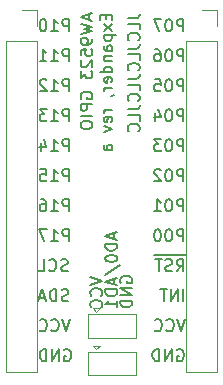
<source format=gbr>
%TF.GenerationSoftware,KiCad,Pcbnew,5.1.6+dfsg1-1*%
%TF.CreationDate,2020-07-12T14:16:47+08:00*%
%TF.ProjectId,gpioexp,6770696f-6578-4702-9e6b-696361645f70,a*%
%TF.SameCoordinates,Original*%
%TF.FileFunction,Legend,Bot*%
%TF.FilePolarity,Positive*%
%FSLAX46Y46*%
G04 Gerber Fmt 4.6, Leading zero omitted, Abs format (unit mm)*
G04 Created by KiCad (PCBNEW 5.1.6+dfsg1-1) date 2020-07-12 14:16:47*
%MOMM*%
%LPD*%
G01*
G04 APERTURE LIST*
%ADD10C,0.150000*%
%ADD11C,0.120000*%
G04 APERTURE END LIST*
D10*
X142406666Y-98836309D02*
X142406666Y-99312500D01*
X142692380Y-98741071D02*
X141692380Y-99074404D01*
X142692380Y-99407738D01*
X142692380Y-99741071D02*
X141692380Y-99741071D01*
X141692380Y-99979166D01*
X141740000Y-100122023D01*
X141835238Y-100217261D01*
X141930476Y-100264880D01*
X142120952Y-100312500D01*
X142263809Y-100312500D01*
X142454285Y-100264880D01*
X142549523Y-100217261D01*
X142644761Y-100122023D01*
X142692380Y-99979166D01*
X142692380Y-99741071D01*
X141692380Y-100931547D02*
X141692380Y-101026785D01*
X141740000Y-101122023D01*
X141787619Y-101169642D01*
X141882857Y-101217261D01*
X142073333Y-101264880D01*
X142311428Y-101264880D01*
X142501904Y-101217261D01*
X142597142Y-101169642D01*
X142644761Y-101122023D01*
X142692380Y-101026785D01*
X142692380Y-100931547D01*
X142644761Y-100836309D01*
X142597142Y-100788690D01*
X142501904Y-100741071D01*
X142311428Y-100693452D01*
X142073333Y-100693452D01*
X141882857Y-100741071D01*
X141787619Y-100788690D01*
X141740000Y-100836309D01*
X141692380Y-100931547D01*
X141644761Y-102407738D02*
X142930476Y-101550595D01*
X142406666Y-102693452D02*
X142406666Y-103169642D01*
X142692380Y-102598214D02*
X141692380Y-102931547D01*
X142692380Y-103264880D01*
X142692380Y-103598214D02*
X141692380Y-103598214D01*
X141692380Y-103836309D01*
X141740000Y-103979166D01*
X141835238Y-104074404D01*
X141930476Y-104122023D01*
X142120952Y-104169642D01*
X142263809Y-104169642D01*
X142454285Y-104122023D01*
X142549523Y-104074404D01*
X142644761Y-103979166D01*
X142692380Y-103836309D01*
X142692380Y-103598214D01*
X142692380Y-105122023D02*
X142692380Y-104550595D01*
X142692380Y-104836309D02*
X141692380Y-104836309D01*
X141835238Y-104741071D01*
X141930476Y-104645833D01*
X141978095Y-104550595D01*
X140422380Y-102550595D02*
X141422380Y-102883928D01*
X140422380Y-103217261D01*
X141327142Y-104122023D02*
X141374761Y-104074404D01*
X141422380Y-103931547D01*
X141422380Y-103836309D01*
X141374761Y-103693452D01*
X141279523Y-103598214D01*
X141184285Y-103550595D01*
X140993809Y-103502976D01*
X140850952Y-103502976D01*
X140660476Y-103550595D01*
X140565238Y-103598214D01*
X140470000Y-103693452D01*
X140422380Y-103836309D01*
X140422380Y-103931547D01*
X140470000Y-104074404D01*
X140517619Y-104122023D01*
X141327142Y-105122023D02*
X141374761Y-105074404D01*
X141422380Y-104931547D01*
X141422380Y-104836309D01*
X141374761Y-104693452D01*
X141279523Y-104598214D01*
X141184285Y-104550595D01*
X140993809Y-104502976D01*
X140850952Y-104502976D01*
X140660476Y-104550595D01*
X140565238Y-104598214D01*
X140470000Y-104693452D01*
X140422380Y-104836309D01*
X140422380Y-104931547D01*
X140470000Y-105074404D01*
X140517619Y-105122023D01*
X143010000Y-103026785D02*
X142962380Y-102931547D01*
X142962380Y-102788690D01*
X143010000Y-102645833D01*
X143105238Y-102550595D01*
X143200476Y-102502976D01*
X143390952Y-102455357D01*
X143533809Y-102455357D01*
X143724285Y-102502976D01*
X143819523Y-102550595D01*
X143914761Y-102645833D01*
X143962380Y-102788690D01*
X143962380Y-102883928D01*
X143914761Y-103026785D01*
X143867142Y-103074404D01*
X143533809Y-103074404D01*
X143533809Y-102883928D01*
X143962380Y-103502976D02*
X142962380Y-103502976D01*
X143962380Y-104074404D01*
X142962380Y-104074404D01*
X143962380Y-104550595D02*
X142962380Y-104550595D01*
X142962380Y-104788690D01*
X143010000Y-104931547D01*
X143105238Y-105026785D01*
X143200476Y-105074404D01*
X143390952Y-105122023D01*
X143533809Y-105122023D01*
X143724285Y-105074404D01*
X143819523Y-105026785D01*
X143914761Y-104931547D01*
X143962380Y-104788690D01*
X143962380Y-104550595D01*
X143597380Y-80631309D02*
X144311666Y-80631309D01*
X144454523Y-80583690D01*
X144549761Y-80488452D01*
X144597380Y-80345595D01*
X144597380Y-80250357D01*
X144597380Y-81583690D02*
X144597380Y-81107500D01*
X143597380Y-81107500D01*
X144502142Y-82488452D02*
X144549761Y-82440833D01*
X144597380Y-82297976D01*
X144597380Y-82202738D01*
X144549761Y-82059880D01*
X144454523Y-81964642D01*
X144359285Y-81917023D01*
X144168809Y-81869404D01*
X144025952Y-81869404D01*
X143835476Y-81917023D01*
X143740238Y-81964642D01*
X143645000Y-82059880D01*
X143597380Y-82202738D01*
X143597380Y-82297976D01*
X143645000Y-82440833D01*
X143692619Y-82488452D01*
X143597380Y-83202738D02*
X144311666Y-83202738D01*
X144454523Y-83155119D01*
X144549761Y-83059880D01*
X144597380Y-82917023D01*
X144597380Y-82821785D01*
X144597380Y-84155119D02*
X144597380Y-83678928D01*
X143597380Y-83678928D01*
X144502142Y-85059880D02*
X144549761Y-85012261D01*
X144597380Y-84869404D01*
X144597380Y-84774166D01*
X144549761Y-84631309D01*
X144454523Y-84536071D01*
X144359285Y-84488452D01*
X144168809Y-84440833D01*
X144025952Y-84440833D01*
X143835476Y-84488452D01*
X143740238Y-84536071D01*
X143645000Y-84631309D01*
X143597380Y-84774166D01*
X143597380Y-84869404D01*
X143645000Y-85012261D01*
X143692619Y-85059880D01*
X143597380Y-85774166D02*
X144311666Y-85774166D01*
X144454523Y-85726547D01*
X144549761Y-85631309D01*
X144597380Y-85488452D01*
X144597380Y-85393214D01*
X144597380Y-86726547D02*
X144597380Y-86250357D01*
X143597380Y-86250357D01*
X144502142Y-87631309D02*
X144549761Y-87583690D01*
X144597380Y-87440833D01*
X144597380Y-87345595D01*
X144549761Y-87202738D01*
X144454523Y-87107500D01*
X144359285Y-87059880D01*
X144168809Y-87012261D01*
X144025952Y-87012261D01*
X143835476Y-87059880D01*
X143740238Y-87107500D01*
X143645000Y-87202738D01*
X143597380Y-87345595D01*
X143597380Y-87440833D01*
X143645000Y-87583690D01*
X143692619Y-87631309D01*
X143597380Y-88345595D02*
X144311666Y-88345595D01*
X144454523Y-88297976D01*
X144549761Y-88202738D01*
X144597380Y-88059880D01*
X144597380Y-87964642D01*
X144597380Y-89297976D02*
X144597380Y-88821785D01*
X143597380Y-88821785D01*
X144502142Y-90202738D02*
X144549761Y-90155119D01*
X144597380Y-90012261D01*
X144597380Y-89917023D01*
X144549761Y-89774166D01*
X144454523Y-89678928D01*
X144359285Y-89631309D01*
X144168809Y-89583690D01*
X144025952Y-89583690D01*
X143835476Y-89631309D01*
X143740238Y-89678928D01*
X143645000Y-89774166D01*
X143597380Y-89917023D01*
X143597380Y-90012261D01*
X143645000Y-90155119D01*
X143692619Y-90202738D01*
X140311666Y-80297976D02*
X140311666Y-80774166D01*
X140597380Y-80202738D02*
X139597380Y-80536071D01*
X140597380Y-80869404D01*
X139597380Y-81107500D02*
X140597380Y-81345595D01*
X139883095Y-81536071D01*
X140597380Y-81726547D01*
X139597380Y-81964642D01*
X140597380Y-82393214D02*
X140597380Y-82583690D01*
X140549761Y-82678928D01*
X140502142Y-82726547D01*
X140359285Y-82821785D01*
X140168809Y-82869404D01*
X139787857Y-82869404D01*
X139692619Y-82821785D01*
X139645000Y-82774166D01*
X139597380Y-82678928D01*
X139597380Y-82488452D01*
X139645000Y-82393214D01*
X139692619Y-82345595D01*
X139787857Y-82297976D01*
X140025952Y-82297976D01*
X140121190Y-82345595D01*
X140168809Y-82393214D01*
X140216428Y-82488452D01*
X140216428Y-82678928D01*
X140168809Y-82774166D01*
X140121190Y-82821785D01*
X140025952Y-82869404D01*
X139597380Y-83774166D02*
X139597380Y-83297976D01*
X140073571Y-83250357D01*
X140025952Y-83297976D01*
X139978333Y-83393214D01*
X139978333Y-83631309D01*
X140025952Y-83726547D01*
X140073571Y-83774166D01*
X140168809Y-83821785D01*
X140406904Y-83821785D01*
X140502142Y-83774166D01*
X140549761Y-83726547D01*
X140597380Y-83631309D01*
X140597380Y-83393214D01*
X140549761Y-83297976D01*
X140502142Y-83250357D01*
X139692619Y-84202738D02*
X139645000Y-84250357D01*
X139597380Y-84345595D01*
X139597380Y-84583690D01*
X139645000Y-84678928D01*
X139692619Y-84726547D01*
X139787857Y-84774166D01*
X139883095Y-84774166D01*
X140025952Y-84726547D01*
X140597380Y-84155119D01*
X140597380Y-84774166D01*
X139597380Y-85107500D02*
X139597380Y-85726547D01*
X139978333Y-85393214D01*
X139978333Y-85536071D01*
X140025952Y-85631309D01*
X140073571Y-85678928D01*
X140168809Y-85726547D01*
X140406904Y-85726547D01*
X140502142Y-85678928D01*
X140549761Y-85631309D01*
X140597380Y-85536071D01*
X140597380Y-85250357D01*
X140549761Y-85155119D01*
X140502142Y-85107500D01*
X139645000Y-87440833D02*
X139597380Y-87345595D01*
X139597380Y-87202738D01*
X139645000Y-87059880D01*
X139740238Y-86964642D01*
X139835476Y-86917023D01*
X140025952Y-86869404D01*
X140168809Y-86869404D01*
X140359285Y-86917023D01*
X140454523Y-86964642D01*
X140549761Y-87059880D01*
X140597380Y-87202738D01*
X140597380Y-87297976D01*
X140549761Y-87440833D01*
X140502142Y-87488452D01*
X140168809Y-87488452D01*
X140168809Y-87297976D01*
X140597380Y-87917023D02*
X139597380Y-87917023D01*
X139597380Y-88297976D01*
X139645000Y-88393214D01*
X139692619Y-88440833D01*
X139787857Y-88488452D01*
X139930714Y-88488452D01*
X140025952Y-88440833D01*
X140073571Y-88393214D01*
X140121190Y-88297976D01*
X140121190Y-87917023D01*
X140597380Y-88917023D02*
X139597380Y-88917023D01*
X139597380Y-89583690D02*
X139597380Y-89774166D01*
X139645000Y-89869404D01*
X139740238Y-89964642D01*
X139930714Y-90012261D01*
X140264047Y-90012261D01*
X140454523Y-89964642D01*
X140549761Y-89869404D01*
X140597380Y-89774166D01*
X140597380Y-89583690D01*
X140549761Y-89488452D01*
X140454523Y-89393214D01*
X140264047Y-89345595D01*
X139930714Y-89345595D01*
X139740238Y-89393214D01*
X139645000Y-89488452D01*
X139597380Y-89583690D01*
X141723571Y-80345595D02*
X141723571Y-80678928D01*
X142247380Y-80821785D02*
X142247380Y-80345595D01*
X141247380Y-80345595D01*
X141247380Y-80821785D01*
X142247380Y-81155119D02*
X141580714Y-81678928D01*
X141580714Y-81155119D02*
X142247380Y-81678928D01*
X141580714Y-82059880D02*
X142580714Y-82059880D01*
X141628333Y-82059880D02*
X141580714Y-82155119D01*
X141580714Y-82345595D01*
X141628333Y-82440833D01*
X141675952Y-82488452D01*
X141771190Y-82536071D01*
X142056904Y-82536071D01*
X142152142Y-82488452D01*
X142199761Y-82440833D01*
X142247380Y-82345595D01*
X142247380Y-82155119D01*
X142199761Y-82059880D01*
X142247380Y-83393214D02*
X141723571Y-83393214D01*
X141628333Y-83345595D01*
X141580714Y-83250357D01*
X141580714Y-83059880D01*
X141628333Y-82964642D01*
X142199761Y-83393214D02*
X142247380Y-83297976D01*
X142247380Y-83059880D01*
X142199761Y-82964642D01*
X142104523Y-82917023D01*
X142009285Y-82917023D01*
X141914047Y-82964642D01*
X141866428Y-83059880D01*
X141866428Y-83297976D01*
X141818809Y-83393214D01*
X141580714Y-83869404D02*
X142247380Y-83869404D01*
X141675952Y-83869404D02*
X141628333Y-83917023D01*
X141580714Y-84012261D01*
X141580714Y-84155119D01*
X141628333Y-84250357D01*
X141723571Y-84297976D01*
X142247380Y-84297976D01*
X142247380Y-85202738D02*
X141247380Y-85202738D01*
X142199761Y-85202738D02*
X142247380Y-85107500D01*
X142247380Y-84917023D01*
X142199761Y-84821785D01*
X142152142Y-84774166D01*
X142056904Y-84726547D01*
X141771190Y-84726547D01*
X141675952Y-84774166D01*
X141628333Y-84821785D01*
X141580714Y-84917023D01*
X141580714Y-85107500D01*
X141628333Y-85202738D01*
X142199761Y-86059880D02*
X142247380Y-85964642D01*
X142247380Y-85774166D01*
X142199761Y-85678928D01*
X142104523Y-85631309D01*
X141723571Y-85631309D01*
X141628333Y-85678928D01*
X141580714Y-85774166D01*
X141580714Y-85964642D01*
X141628333Y-86059880D01*
X141723571Y-86107500D01*
X141818809Y-86107500D01*
X141914047Y-85631309D01*
X142247380Y-86536071D02*
X141580714Y-86536071D01*
X141771190Y-86536071D02*
X141675952Y-86583690D01*
X141628333Y-86631309D01*
X141580714Y-86726547D01*
X141580714Y-86821785D01*
X142199761Y-87202738D02*
X142247380Y-87202738D01*
X142342619Y-87155119D01*
X142390238Y-87107500D01*
X142247380Y-88393214D02*
X141580714Y-88393214D01*
X141771190Y-88393214D02*
X141675952Y-88440833D01*
X141628333Y-88488452D01*
X141580714Y-88583690D01*
X141580714Y-88678928D01*
X142199761Y-89393214D02*
X142247380Y-89297976D01*
X142247380Y-89107500D01*
X142199761Y-89012261D01*
X142104523Y-88964642D01*
X141723571Y-88964642D01*
X141628333Y-89012261D01*
X141580714Y-89107500D01*
X141580714Y-89297976D01*
X141628333Y-89393214D01*
X141723571Y-89440833D01*
X141818809Y-89440833D01*
X141914047Y-88964642D01*
X141580714Y-89774166D02*
X142247380Y-90012261D01*
X141580714Y-90250357D01*
X142247380Y-91821785D02*
X141723571Y-91821785D01*
X141628333Y-91774166D01*
X141580714Y-91678928D01*
X141580714Y-91488452D01*
X141628333Y-91393214D01*
X142199761Y-91821785D02*
X142247380Y-91726547D01*
X142247380Y-91488452D01*
X142199761Y-91393214D01*
X142104523Y-91345595D01*
X142009285Y-91345595D01*
X141914047Y-91393214D01*
X141866428Y-91488452D01*
X141866428Y-91726547D01*
X141818809Y-91821785D01*
X138609166Y-81732380D02*
X138609166Y-80732380D01*
X138228214Y-80732380D01*
X138132976Y-80780000D01*
X138085357Y-80827619D01*
X138037738Y-80922857D01*
X138037738Y-81065714D01*
X138085357Y-81160952D01*
X138132976Y-81208571D01*
X138228214Y-81256190D01*
X138609166Y-81256190D01*
X137085357Y-81732380D02*
X137656785Y-81732380D01*
X137371071Y-81732380D02*
X137371071Y-80732380D01*
X137466309Y-80875238D01*
X137561547Y-80970476D01*
X137656785Y-81018095D01*
X136466309Y-80732380D02*
X136371071Y-80732380D01*
X136275833Y-80780000D01*
X136228214Y-80827619D01*
X136180595Y-80922857D01*
X136132976Y-81113333D01*
X136132976Y-81351428D01*
X136180595Y-81541904D01*
X136228214Y-81637142D01*
X136275833Y-81684761D01*
X136371071Y-81732380D01*
X136466309Y-81732380D01*
X136561547Y-81684761D01*
X136609166Y-81637142D01*
X136656785Y-81541904D01*
X136704404Y-81351428D01*
X136704404Y-81113333D01*
X136656785Y-80922857D01*
X136609166Y-80827619D01*
X136561547Y-80780000D01*
X136466309Y-80732380D01*
X138609166Y-84272380D02*
X138609166Y-83272380D01*
X138228214Y-83272380D01*
X138132976Y-83320000D01*
X138085357Y-83367619D01*
X138037738Y-83462857D01*
X138037738Y-83605714D01*
X138085357Y-83700952D01*
X138132976Y-83748571D01*
X138228214Y-83796190D01*
X138609166Y-83796190D01*
X137085357Y-84272380D02*
X137656785Y-84272380D01*
X137371071Y-84272380D02*
X137371071Y-83272380D01*
X137466309Y-83415238D01*
X137561547Y-83510476D01*
X137656785Y-83558095D01*
X136132976Y-84272380D02*
X136704404Y-84272380D01*
X136418690Y-84272380D02*
X136418690Y-83272380D01*
X136513928Y-83415238D01*
X136609166Y-83510476D01*
X136704404Y-83558095D01*
X138609166Y-86812380D02*
X138609166Y-85812380D01*
X138228214Y-85812380D01*
X138132976Y-85860000D01*
X138085357Y-85907619D01*
X138037738Y-86002857D01*
X138037738Y-86145714D01*
X138085357Y-86240952D01*
X138132976Y-86288571D01*
X138228214Y-86336190D01*
X138609166Y-86336190D01*
X137085357Y-86812380D02*
X137656785Y-86812380D01*
X137371071Y-86812380D02*
X137371071Y-85812380D01*
X137466309Y-85955238D01*
X137561547Y-86050476D01*
X137656785Y-86098095D01*
X136704404Y-85907619D02*
X136656785Y-85860000D01*
X136561547Y-85812380D01*
X136323452Y-85812380D01*
X136228214Y-85860000D01*
X136180595Y-85907619D01*
X136132976Y-86002857D01*
X136132976Y-86098095D01*
X136180595Y-86240952D01*
X136752023Y-86812380D01*
X136132976Y-86812380D01*
X138609166Y-89352380D02*
X138609166Y-88352380D01*
X138228214Y-88352380D01*
X138132976Y-88400000D01*
X138085357Y-88447619D01*
X138037738Y-88542857D01*
X138037738Y-88685714D01*
X138085357Y-88780952D01*
X138132976Y-88828571D01*
X138228214Y-88876190D01*
X138609166Y-88876190D01*
X137085357Y-89352380D02*
X137656785Y-89352380D01*
X137371071Y-89352380D02*
X137371071Y-88352380D01*
X137466309Y-88495238D01*
X137561547Y-88590476D01*
X137656785Y-88638095D01*
X136752023Y-88352380D02*
X136132976Y-88352380D01*
X136466309Y-88733333D01*
X136323452Y-88733333D01*
X136228214Y-88780952D01*
X136180595Y-88828571D01*
X136132976Y-88923809D01*
X136132976Y-89161904D01*
X136180595Y-89257142D01*
X136228214Y-89304761D01*
X136323452Y-89352380D01*
X136609166Y-89352380D01*
X136704404Y-89304761D01*
X136752023Y-89257142D01*
X138609166Y-91892380D02*
X138609166Y-90892380D01*
X138228214Y-90892380D01*
X138132976Y-90940000D01*
X138085357Y-90987619D01*
X138037738Y-91082857D01*
X138037738Y-91225714D01*
X138085357Y-91320952D01*
X138132976Y-91368571D01*
X138228214Y-91416190D01*
X138609166Y-91416190D01*
X137085357Y-91892380D02*
X137656785Y-91892380D01*
X137371071Y-91892380D02*
X137371071Y-90892380D01*
X137466309Y-91035238D01*
X137561547Y-91130476D01*
X137656785Y-91178095D01*
X136228214Y-91225714D02*
X136228214Y-91892380D01*
X136466309Y-90844761D02*
X136704404Y-91559047D01*
X136085357Y-91559047D01*
X138609166Y-94432380D02*
X138609166Y-93432380D01*
X138228214Y-93432380D01*
X138132976Y-93480000D01*
X138085357Y-93527619D01*
X138037738Y-93622857D01*
X138037738Y-93765714D01*
X138085357Y-93860952D01*
X138132976Y-93908571D01*
X138228214Y-93956190D01*
X138609166Y-93956190D01*
X137085357Y-94432380D02*
X137656785Y-94432380D01*
X137371071Y-94432380D02*
X137371071Y-93432380D01*
X137466309Y-93575238D01*
X137561547Y-93670476D01*
X137656785Y-93718095D01*
X136180595Y-93432380D02*
X136656785Y-93432380D01*
X136704404Y-93908571D01*
X136656785Y-93860952D01*
X136561547Y-93813333D01*
X136323452Y-93813333D01*
X136228214Y-93860952D01*
X136180595Y-93908571D01*
X136132976Y-94003809D01*
X136132976Y-94241904D01*
X136180595Y-94337142D01*
X136228214Y-94384761D01*
X136323452Y-94432380D01*
X136561547Y-94432380D01*
X136656785Y-94384761D01*
X136704404Y-94337142D01*
X138609166Y-96972380D02*
X138609166Y-95972380D01*
X138228214Y-95972380D01*
X138132976Y-96020000D01*
X138085357Y-96067619D01*
X138037738Y-96162857D01*
X138037738Y-96305714D01*
X138085357Y-96400952D01*
X138132976Y-96448571D01*
X138228214Y-96496190D01*
X138609166Y-96496190D01*
X137085357Y-96972380D02*
X137656785Y-96972380D01*
X137371071Y-96972380D02*
X137371071Y-95972380D01*
X137466309Y-96115238D01*
X137561547Y-96210476D01*
X137656785Y-96258095D01*
X136228214Y-95972380D02*
X136418690Y-95972380D01*
X136513928Y-96020000D01*
X136561547Y-96067619D01*
X136656785Y-96210476D01*
X136704404Y-96400952D01*
X136704404Y-96781904D01*
X136656785Y-96877142D01*
X136609166Y-96924761D01*
X136513928Y-96972380D01*
X136323452Y-96972380D01*
X136228214Y-96924761D01*
X136180595Y-96877142D01*
X136132976Y-96781904D01*
X136132976Y-96543809D01*
X136180595Y-96448571D01*
X136228214Y-96400952D01*
X136323452Y-96353333D01*
X136513928Y-96353333D01*
X136609166Y-96400952D01*
X136656785Y-96448571D01*
X136704404Y-96543809D01*
X138609166Y-99512380D02*
X138609166Y-98512380D01*
X138228214Y-98512380D01*
X138132976Y-98560000D01*
X138085357Y-98607619D01*
X138037738Y-98702857D01*
X138037738Y-98845714D01*
X138085357Y-98940952D01*
X138132976Y-98988571D01*
X138228214Y-99036190D01*
X138609166Y-99036190D01*
X137085357Y-99512380D02*
X137656785Y-99512380D01*
X137371071Y-99512380D02*
X137371071Y-98512380D01*
X137466309Y-98655238D01*
X137561547Y-98750476D01*
X137656785Y-98798095D01*
X136752023Y-98512380D02*
X136085357Y-98512380D01*
X136513928Y-99512380D01*
X138513928Y-102004761D02*
X138371071Y-102052380D01*
X138132976Y-102052380D01*
X138037738Y-102004761D01*
X137990119Y-101957142D01*
X137942500Y-101861904D01*
X137942500Y-101766666D01*
X137990119Y-101671428D01*
X138037738Y-101623809D01*
X138132976Y-101576190D01*
X138323452Y-101528571D01*
X138418690Y-101480952D01*
X138466309Y-101433333D01*
X138513928Y-101338095D01*
X138513928Y-101242857D01*
X138466309Y-101147619D01*
X138418690Y-101100000D01*
X138323452Y-101052380D01*
X138085357Y-101052380D01*
X137942500Y-101100000D01*
X136942500Y-101957142D02*
X136990119Y-102004761D01*
X137132976Y-102052380D01*
X137228214Y-102052380D01*
X137371071Y-102004761D01*
X137466309Y-101909523D01*
X137513928Y-101814285D01*
X137561547Y-101623809D01*
X137561547Y-101480952D01*
X137513928Y-101290476D01*
X137466309Y-101195238D01*
X137371071Y-101100000D01*
X137228214Y-101052380D01*
X137132976Y-101052380D01*
X136990119Y-101100000D01*
X136942500Y-101147619D01*
X136037738Y-102052380D02*
X136513928Y-102052380D01*
X136513928Y-101052380D01*
X138561547Y-104544761D02*
X138418690Y-104592380D01*
X138180595Y-104592380D01*
X138085357Y-104544761D01*
X138037738Y-104497142D01*
X137990119Y-104401904D01*
X137990119Y-104306666D01*
X138037738Y-104211428D01*
X138085357Y-104163809D01*
X138180595Y-104116190D01*
X138371071Y-104068571D01*
X138466309Y-104020952D01*
X138513928Y-103973333D01*
X138561547Y-103878095D01*
X138561547Y-103782857D01*
X138513928Y-103687619D01*
X138466309Y-103640000D01*
X138371071Y-103592380D01*
X138132976Y-103592380D01*
X137990119Y-103640000D01*
X137561547Y-104592380D02*
X137561547Y-103592380D01*
X137323452Y-103592380D01*
X137180595Y-103640000D01*
X137085357Y-103735238D01*
X137037738Y-103830476D01*
X136990119Y-104020952D01*
X136990119Y-104163809D01*
X137037738Y-104354285D01*
X137085357Y-104449523D01*
X137180595Y-104544761D01*
X137323452Y-104592380D01*
X137561547Y-104592380D01*
X136609166Y-104306666D02*
X136132976Y-104306666D01*
X136704404Y-104592380D02*
X136371071Y-103592380D01*
X136037738Y-104592380D01*
X138704404Y-106132380D02*
X138371071Y-107132380D01*
X138037738Y-106132380D01*
X137132976Y-107037142D02*
X137180595Y-107084761D01*
X137323452Y-107132380D01*
X137418690Y-107132380D01*
X137561547Y-107084761D01*
X137656785Y-106989523D01*
X137704404Y-106894285D01*
X137752023Y-106703809D01*
X137752023Y-106560952D01*
X137704404Y-106370476D01*
X137656785Y-106275238D01*
X137561547Y-106180000D01*
X137418690Y-106132380D01*
X137323452Y-106132380D01*
X137180595Y-106180000D01*
X137132976Y-106227619D01*
X136132976Y-107037142D02*
X136180595Y-107084761D01*
X136323452Y-107132380D01*
X136418690Y-107132380D01*
X136561547Y-107084761D01*
X136656785Y-106989523D01*
X136704404Y-106894285D01*
X136752023Y-106703809D01*
X136752023Y-106560952D01*
X136704404Y-106370476D01*
X136656785Y-106275238D01*
X136561547Y-106180000D01*
X136418690Y-106132380D01*
X136323452Y-106132380D01*
X136180595Y-106180000D01*
X136132976Y-106227619D01*
X138228214Y-108720000D02*
X138323452Y-108672380D01*
X138466309Y-108672380D01*
X138609166Y-108720000D01*
X138704404Y-108815238D01*
X138752023Y-108910476D01*
X138799642Y-109100952D01*
X138799642Y-109243809D01*
X138752023Y-109434285D01*
X138704404Y-109529523D01*
X138609166Y-109624761D01*
X138466309Y-109672380D01*
X138371071Y-109672380D01*
X138228214Y-109624761D01*
X138180595Y-109577142D01*
X138180595Y-109243809D01*
X138371071Y-109243809D01*
X137752023Y-109672380D02*
X137752023Y-108672380D01*
X137180595Y-109672380D01*
X137180595Y-108672380D01*
X136704404Y-109672380D02*
X136704404Y-108672380D01*
X136466309Y-108672380D01*
X136323452Y-108720000D01*
X136228214Y-108815238D01*
X136180595Y-108910476D01*
X136132976Y-109100952D01*
X136132976Y-109243809D01*
X136180595Y-109434285D01*
X136228214Y-109529523D01*
X136323452Y-109624761D01*
X136466309Y-109672380D01*
X136704404Y-109672380D01*
X147775595Y-108720000D02*
X147870833Y-108672380D01*
X148013690Y-108672380D01*
X148156547Y-108720000D01*
X148251785Y-108815238D01*
X148299404Y-108910476D01*
X148347023Y-109100952D01*
X148347023Y-109243809D01*
X148299404Y-109434285D01*
X148251785Y-109529523D01*
X148156547Y-109624761D01*
X148013690Y-109672380D01*
X147918452Y-109672380D01*
X147775595Y-109624761D01*
X147727976Y-109577142D01*
X147727976Y-109243809D01*
X147918452Y-109243809D01*
X147299404Y-109672380D02*
X147299404Y-108672380D01*
X146727976Y-109672380D01*
X146727976Y-108672380D01*
X146251785Y-109672380D02*
X146251785Y-108672380D01*
X146013690Y-108672380D01*
X145870833Y-108720000D01*
X145775595Y-108815238D01*
X145727976Y-108910476D01*
X145680357Y-109100952D01*
X145680357Y-109243809D01*
X145727976Y-109434285D01*
X145775595Y-109529523D01*
X145870833Y-109624761D01*
X146013690Y-109672380D01*
X146251785Y-109672380D01*
X148442261Y-106132380D02*
X148108928Y-107132380D01*
X147775595Y-106132380D01*
X146870833Y-107037142D02*
X146918452Y-107084761D01*
X147061309Y-107132380D01*
X147156547Y-107132380D01*
X147299404Y-107084761D01*
X147394642Y-106989523D01*
X147442261Y-106894285D01*
X147489880Y-106703809D01*
X147489880Y-106560952D01*
X147442261Y-106370476D01*
X147394642Y-106275238D01*
X147299404Y-106180000D01*
X147156547Y-106132380D01*
X147061309Y-106132380D01*
X146918452Y-106180000D01*
X146870833Y-106227619D01*
X145870833Y-107037142D02*
X145918452Y-107084761D01*
X146061309Y-107132380D01*
X146156547Y-107132380D01*
X146299404Y-107084761D01*
X146394642Y-106989523D01*
X146442261Y-106894285D01*
X146489880Y-106703809D01*
X146489880Y-106560952D01*
X146442261Y-106370476D01*
X146394642Y-106275238D01*
X146299404Y-106180000D01*
X146156547Y-106132380D01*
X146061309Y-106132380D01*
X145918452Y-106180000D01*
X145870833Y-106227619D01*
X148299405Y-104592380D02*
X148299405Y-103592380D01*
X147823214Y-104592380D02*
X147823214Y-103592380D01*
X147251786Y-104592380D01*
X147251786Y-103592380D01*
X146918452Y-103592380D02*
X146347024Y-103592380D01*
X146632738Y-104592380D02*
X146632738Y-103592380D01*
X148537499Y-100685000D02*
X147537499Y-100685000D01*
X147727975Y-102052380D02*
X148061309Y-101576190D01*
X148299404Y-102052380D02*
X148299404Y-101052380D01*
X147918452Y-101052380D01*
X147823214Y-101100000D01*
X147775594Y-101147619D01*
X147727975Y-101242857D01*
X147727975Y-101385714D01*
X147775594Y-101480952D01*
X147823214Y-101528571D01*
X147918452Y-101576190D01*
X148299404Y-101576190D01*
X147537499Y-100685000D02*
X146585118Y-100685000D01*
X147347023Y-102004761D02*
X147204166Y-102052380D01*
X146966071Y-102052380D01*
X146870833Y-102004761D01*
X146823214Y-101957142D01*
X146775594Y-101861904D01*
X146775594Y-101766666D01*
X146823214Y-101671428D01*
X146870833Y-101623809D01*
X146966071Y-101576190D01*
X147156547Y-101528571D01*
X147251785Y-101480952D01*
X147299404Y-101433333D01*
X147347023Y-101338095D01*
X147347023Y-101242857D01*
X147299404Y-101147619D01*
X147251785Y-101100000D01*
X147156547Y-101052380D01*
X146918452Y-101052380D01*
X146775594Y-101100000D01*
X146585118Y-100685000D02*
X145823214Y-100685000D01*
X146489880Y-101052380D02*
X145918452Y-101052380D01*
X146204166Y-102052380D02*
X146204166Y-101052380D01*
X148299404Y-99512380D02*
X148299404Y-98512380D01*
X147918452Y-98512380D01*
X147823214Y-98560000D01*
X147775595Y-98607619D01*
X147727976Y-98702857D01*
X147727976Y-98845714D01*
X147775595Y-98940952D01*
X147823214Y-98988571D01*
X147918452Y-99036190D01*
X148299404Y-99036190D01*
X147108928Y-98512380D02*
X147013690Y-98512380D01*
X146918452Y-98560000D01*
X146870833Y-98607619D01*
X146823214Y-98702857D01*
X146775595Y-98893333D01*
X146775595Y-99131428D01*
X146823214Y-99321904D01*
X146870833Y-99417142D01*
X146918452Y-99464761D01*
X147013690Y-99512380D01*
X147108928Y-99512380D01*
X147204166Y-99464761D01*
X147251785Y-99417142D01*
X147299404Y-99321904D01*
X147347023Y-99131428D01*
X147347023Y-98893333D01*
X147299404Y-98702857D01*
X147251785Y-98607619D01*
X147204166Y-98560000D01*
X147108928Y-98512380D01*
X146156547Y-98512380D02*
X146061309Y-98512380D01*
X145966071Y-98560000D01*
X145918452Y-98607619D01*
X145870833Y-98702857D01*
X145823214Y-98893333D01*
X145823214Y-99131428D01*
X145870833Y-99321904D01*
X145918452Y-99417142D01*
X145966071Y-99464761D01*
X146061309Y-99512380D01*
X146156547Y-99512380D01*
X146251785Y-99464761D01*
X146299404Y-99417142D01*
X146347023Y-99321904D01*
X146394642Y-99131428D01*
X146394642Y-98893333D01*
X146347023Y-98702857D01*
X146299404Y-98607619D01*
X146251785Y-98560000D01*
X146156547Y-98512380D01*
X148299404Y-96972380D02*
X148299404Y-95972380D01*
X147918452Y-95972380D01*
X147823214Y-96020000D01*
X147775595Y-96067619D01*
X147727976Y-96162857D01*
X147727976Y-96305714D01*
X147775595Y-96400952D01*
X147823214Y-96448571D01*
X147918452Y-96496190D01*
X148299404Y-96496190D01*
X147108928Y-95972380D02*
X147013690Y-95972380D01*
X146918452Y-96020000D01*
X146870833Y-96067619D01*
X146823214Y-96162857D01*
X146775595Y-96353333D01*
X146775595Y-96591428D01*
X146823214Y-96781904D01*
X146870833Y-96877142D01*
X146918452Y-96924761D01*
X147013690Y-96972380D01*
X147108928Y-96972380D01*
X147204166Y-96924761D01*
X147251785Y-96877142D01*
X147299404Y-96781904D01*
X147347023Y-96591428D01*
X147347023Y-96353333D01*
X147299404Y-96162857D01*
X147251785Y-96067619D01*
X147204166Y-96020000D01*
X147108928Y-95972380D01*
X145823214Y-96972380D02*
X146394642Y-96972380D01*
X146108928Y-96972380D02*
X146108928Y-95972380D01*
X146204166Y-96115238D01*
X146299404Y-96210476D01*
X146394642Y-96258095D01*
X148299404Y-94432380D02*
X148299404Y-93432380D01*
X147918452Y-93432380D01*
X147823214Y-93480000D01*
X147775595Y-93527619D01*
X147727976Y-93622857D01*
X147727976Y-93765714D01*
X147775595Y-93860952D01*
X147823214Y-93908571D01*
X147918452Y-93956190D01*
X148299404Y-93956190D01*
X147108928Y-93432380D02*
X147013690Y-93432380D01*
X146918452Y-93480000D01*
X146870833Y-93527619D01*
X146823214Y-93622857D01*
X146775595Y-93813333D01*
X146775595Y-94051428D01*
X146823214Y-94241904D01*
X146870833Y-94337142D01*
X146918452Y-94384761D01*
X147013690Y-94432380D01*
X147108928Y-94432380D01*
X147204166Y-94384761D01*
X147251785Y-94337142D01*
X147299404Y-94241904D01*
X147347023Y-94051428D01*
X147347023Y-93813333D01*
X147299404Y-93622857D01*
X147251785Y-93527619D01*
X147204166Y-93480000D01*
X147108928Y-93432380D01*
X146394642Y-93527619D02*
X146347023Y-93480000D01*
X146251785Y-93432380D01*
X146013690Y-93432380D01*
X145918452Y-93480000D01*
X145870833Y-93527619D01*
X145823214Y-93622857D01*
X145823214Y-93718095D01*
X145870833Y-93860952D01*
X146442261Y-94432380D01*
X145823214Y-94432380D01*
X148299404Y-91892380D02*
X148299404Y-90892380D01*
X147918452Y-90892380D01*
X147823214Y-90940000D01*
X147775595Y-90987619D01*
X147727976Y-91082857D01*
X147727976Y-91225714D01*
X147775595Y-91320952D01*
X147823214Y-91368571D01*
X147918452Y-91416190D01*
X148299404Y-91416190D01*
X147108928Y-90892380D02*
X147013690Y-90892380D01*
X146918452Y-90940000D01*
X146870833Y-90987619D01*
X146823214Y-91082857D01*
X146775595Y-91273333D01*
X146775595Y-91511428D01*
X146823214Y-91701904D01*
X146870833Y-91797142D01*
X146918452Y-91844761D01*
X147013690Y-91892380D01*
X147108928Y-91892380D01*
X147204166Y-91844761D01*
X147251785Y-91797142D01*
X147299404Y-91701904D01*
X147347023Y-91511428D01*
X147347023Y-91273333D01*
X147299404Y-91082857D01*
X147251785Y-90987619D01*
X147204166Y-90940000D01*
X147108928Y-90892380D01*
X146442261Y-90892380D02*
X145823214Y-90892380D01*
X146156547Y-91273333D01*
X146013690Y-91273333D01*
X145918452Y-91320952D01*
X145870833Y-91368571D01*
X145823214Y-91463809D01*
X145823214Y-91701904D01*
X145870833Y-91797142D01*
X145918452Y-91844761D01*
X146013690Y-91892380D01*
X146299404Y-91892380D01*
X146394642Y-91844761D01*
X146442261Y-91797142D01*
X148299404Y-89352380D02*
X148299404Y-88352380D01*
X147918452Y-88352380D01*
X147823214Y-88400000D01*
X147775595Y-88447619D01*
X147727976Y-88542857D01*
X147727976Y-88685714D01*
X147775595Y-88780952D01*
X147823214Y-88828571D01*
X147918452Y-88876190D01*
X148299404Y-88876190D01*
X147108928Y-88352380D02*
X147013690Y-88352380D01*
X146918452Y-88400000D01*
X146870833Y-88447619D01*
X146823214Y-88542857D01*
X146775595Y-88733333D01*
X146775595Y-88971428D01*
X146823214Y-89161904D01*
X146870833Y-89257142D01*
X146918452Y-89304761D01*
X147013690Y-89352380D01*
X147108928Y-89352380D01*
X147204166Y-89304761D01*
X147251785Y-89257142D01*
X147299404Y-89161904D01*
X147347023Y-88971428D01*
X147347023Y-88733333D01*
X147299404Y-88542857D01*
X147251785Y-88447619D01*
X147204166Y-88400000D01*
X147108928Y-88352380D01*
X145918452Y-88685714D02*
X145918452Y-89352380D01*
X146156547Y-88304761D02*
X146394642Y-89019047D01*
X145775595Y-89019047D01*
X148299404Y-86812380D02*
X148299404Y-85812380D01*
X147918452Y-85812380D01*
X147823214Y-85860000D01*
X147775595Y-85907619D01*
X147727976Y-86002857D01*
X147727976Y-86145714D01*
X147775595Y-86240952D01*
X147823214Y-86288571D01*
X147918452Y-86336190D01*
X148299404Y-86336190D01*
X147108928Y-85812380D02*
X147013690Y-85812380D01*
X146918452Y-85860000D01*
X146870833Y-85907619D01*
X146823214Y-86002857D01*
X146775595Y-86193333D01*
X146775595Y-86431428D01*
X146823214Y-86621904D01*
X146870833Y-86717142D01*
X146918452Y-86764761D01*
X147013690Y-86812380D01*
X147108928Y-86812380D01*
X147204166Y-86764761D01*
X147251785Y-86717142D01*
X147299404Y-86621904D01*
X147347023Y-86431428D01*
X147347023Y-86193333D01*
X147299404Y-86002857D01*
X147251785Y-85907619D01*
X147204166Y-85860000D01*
X147108928Y-85812380D01*
X145870833Y-85812380D02*
X146347023Y-85812380D01*
X146394642Y-86288571D01*
X146347023Y-86240952D01*
X146251785Y-86193333D01*
X146013690Y-86193333D01*
X145918452Y-86240952D01*
X145870833Y-86288571D01*
X145823214Y-86383809D01*
X145823214Y-86621904D01*
X145870833Y-86717142D01*
X145918452Y-86764761D01*
X146013690Y-86812380D01*
X146251785Y-86812380D01*
X146347023Y-86764761D01*
X146394642Y-86717142D01*
X148299404Y-84272380D02*
X148299404Y-83272380D01*
X147918452Y-83272380D01*
X147823214Y-83320000D01*
X147775595Y-83367619D01*
X147727976Y-83462857D01*
X147727976Y-83605714D01*
X147775595Y-83700952D01*
X147823214Y-83748571D01*
X147918452Y-83796190D01*
X148299404Y-83796190D01*
X147108928Y-83272380D02*
X147013690Y-83272380D01*
X146918452Y-83320000D01*
X146870833Y-83367619D01*
X146823214Y-83462857D01*
X146775595Y-83653333D01*
X146775595Y-83891428D01*
X146823214Y-84081904D01*
X146870833Y-84177142D01*
X146918452Y-84224761D01*
X147013690Y-84272380D01*
X147108928Y-84272380D01*
X147204166Y-84224761D01*
X147251785Y-84177142D01*
X147299404Y-84081904D01*
X147347023Y-83891428D01*
X147347023Y-83653333D01*
X147299404Y-83462857D01*
X147251785Y-83367619D01*
X147204166Y-83320000D01*
X147108928Y-83272380D01*
X145918452Y-83272380D02*
X146108928Y-83272380D01*
X146204166Y-83320000D01*
X146251785Y-83367619D01*
X146347023Y-83510476D01*
X146394642Y-83700952D01*
X146394642Y-84081904D01*
X146347023Y-84177142D01*
X146299404Y-84224761D01*
X146204166Y-84272380D01*
X146013690Y-84272380D01*
X145918452Y-84224761D01*
X145870833Y-84177142D01*
X145823214Y-84081904D01*
X145823214Y-83843809D01*
X145870833Y-83748571D01*
X145918452Y-83700952D01*
X146013690Y-83653333D01*
X146204166Y-83653333D01*
X146299404Y-83700952D01*
X146347023Y-83748571D01*
X146394642Y-83843809D01*
X148299404Y-81732380D02*
X148299404Y-80732380D01*
X147918452Y-80732380D01*
X147823214Y-80780000D01*
X147775595Y-80827619D01*
X147727976Y-80922857D01*
X147727976Y-81065714D01*
X147775595Y-81160952D01*
X147823214Y-81208571D01*
X147918452Y-81256190D01*
X148299404Y-81256190D01*
X147108928Y-80732380D02*
X147013690Y-80732380D01*
X146918452Y-80780000D01*
X146870833Y-80827619D01*
X146823214Y-80922857D01*
X146775595Y-81113333D01*
X146775595Y-81351428D01*
X146823214Y-81541904D01*
X146870833Y-81637142D01*
X146918452Y-81684761D01*
X147013690Y-81732380D01*
X147108928Y-81732380D01*
X147204166Y-81684761D01*
X147251785Y-81637142D01*
X147299404Y-81541904D01*
X147347023Y-81351428D01*
X147347023Y-81113333D01*
X147299404Y-80922857D01*
X147251785Y-80827619D01*
X147204166Y-80780000D01*
X147108928Y-80732380D01*
X146442261Y-80732380D02*
X145775595Y-80732380D01*
X146204166Y-81732380D01*
D11*
%TO.C,JP2*%
X140940000Y-108655000D02*
X141240000Y-108355000D01*
X140640000Y-108355000D02*
X141240000Y-108355000D01*
X140940000Y-108655000D02*
X140640000Y-108355000D01*
X140190000Y-108855000D02*
X140190000Y-110855000D01*
X144290000Y-108855000D02*
X140190000Y-108855000D01*
X144290000Y-110855000D02*
X144290000Y-108855000D01*
X140190000Y-110855000D02*
X144290000Y-110855000D01*
%TO.C,JP1*%
X140940000Y-105480000D02*
X141240000Y-105180000D01*
X140640000Y-105180000D02*
X141240000Y-105180000D01*
X140940000Y-105480000D02*
X140640000Y-105180000D01*
X140190000Y-105680000D02*
X140190000Y-107680000D01*
X144290000Y-105680000D02*
X140190000Y-105680000D01*
X144290000Y-107680000D02*
X144290000Y-105680000D01*
X140190000Y-107680000D02*
X144290000Y-107680000D01*
%TO.C,J2*%
X151190000Y-110550000D02*
X148530000Y-110550000D01*
X151190000Y-82550000D02*
X151190000Y-110550000D01*
X148530000Y-82550000D02*
X148530000Y-110550000D01*
X151190000Y-82550000D02*
X148530000Y-82550000D01*
X151190000Y-81280000D02*
X151190000Y-79950000D01*
X151190000Y-79950000D02*
X149860000Y-79950000D01*
%TO.C,J1*%
X135950000Y-110550000D02*
X133290000Y-110550000D01*
X135950000Y-82550000D02*
X135950000Y-110550000D01*
X133290000Y-82550000D02*
X133290000Y-110550000D01*
X135950000Y-82550000D02*
X133290000Y-82550000D01*
X135950000Y-81280000D02*
X135950000Y-79950000D01*
X135950000Y-79950000D02*
X134620000Y-79950000D01*
%TD*%
M02*

</source>
